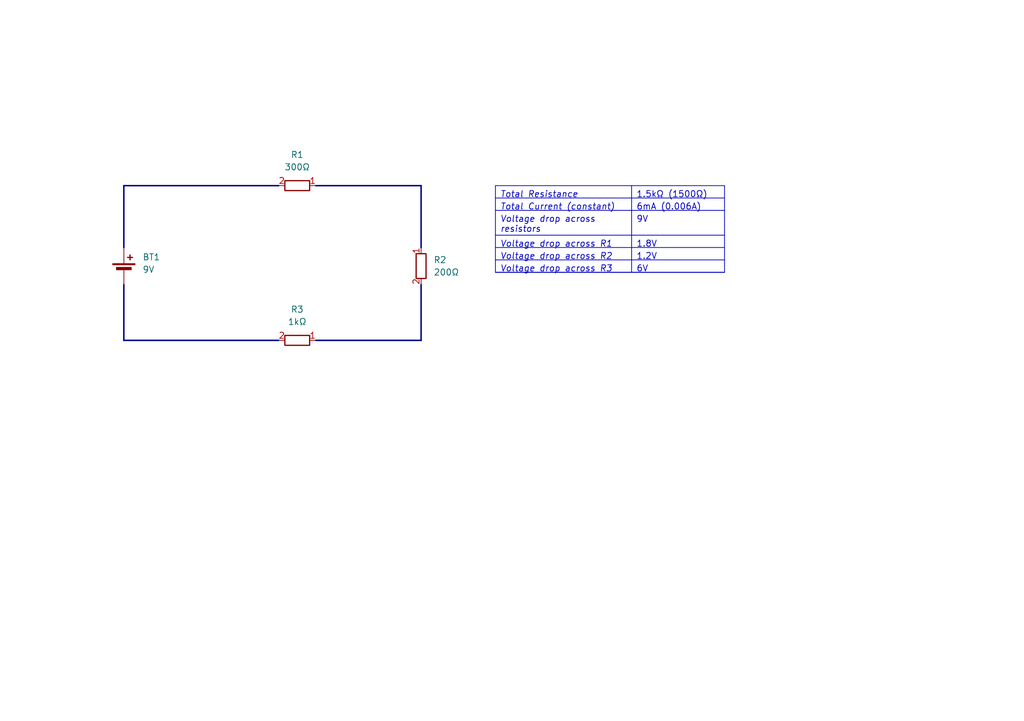
<source format=kicad_sch>
(kicad_sch (version 20250114) (generator "eeschema") (generator_version "9.0")
  (paper "A5")
  (lib_symbols
    (symbol "Device:Battery_Cell" (pin_numbers (hide yes)) (pin_names (offset 0) (hide yes))
      (property "Reference" "BT" (at 2.54 2.54 0))
      (property "Value" "Battery_Cell" (at 2.54 0 0))
      (symbol "Battery_Cell_0_1"
        (rectangle (start -2.286 1.778) (end 2.286 1.524) (fill (type outline)))
        (rectangle (start -1.524 1.016) (end 1.524 0.508) (fill (type outline)))
        (polyline (pts (xy 0 1.778) (xy 0 2.54)))
        (polyline (pts (xy 0 0.762) (xy 0 0)))
        (polyline (pts (xy 0.762 3.048) (xy 1.778 3.048)) (stroke (width 0.254)))
        (polyline (pts (xy 1.27 3.556) (xy 1.27 2.54)) (stroke (width 0.254)))
      )
      (symbol "Battery_Cell_1_1"
        (pin passive line (at 0 5.08 270) (length 2.54) (name "+") (number "1"))
        (pin passive line (at 0 -2.54 90) (length 2.54) (name "-") (number "2"))
      )
    )
    (symbol "Device:R" (pin_names (offset 0))
      (property "Reference" "R" (at 2.032 0 90))
      (property "Value" "R" (at 0 0 90))
      (symbol "R_0_1"
        (rectangle (start -1.016 -2.54) (end 1.016 2.54) (stroke (width 0.254)))
      )
      (symbol "R_1_1"
        (pin passive line (at 0 3.81 270) (length 1.27) (name "~") (number "1"))
        (pin passive line (at 0 -3.81 90) (length 1.27) (name "~") (number "2"))
      )
    )
    (symbol "R_1" (pin_names (offset 0))
      (property "Reference" "R" (at 2.032 0 90))
      (property "Value" "R" (at 0 0 90))
      (symbol "R_1_0_1"
        (rectangle (start -1.016 -2.54) (end 1.016 2.54) (stroke (width 0.254)))
      )
      (symbol "R_1_1_1"
        (pin passive line (at 0 3.81 270) (length 1.27) (name "~") (number "1"))
        (pin passive line (at 0 -3.81 90) (length 1.27) (name "~") (number "2"))
      )
    )
    (symbol "R_2" (pin_names (offset 0))
      (property "Reference" "R" (at 2.032 0 90))
      (property "Value" "R" (at 0 0 90))
      (symbol "R_2_0_1"
        (rectangle (start -1.016 -2.54) (end 1.016 2.54) (stroke (width 0.254)))
      )
      (symbol "R_2_1_1"
        (pin passive line (at 0 3.81 270) (length 1.27) (name "~") (number "1"))
        (pin passive line (at 0 -3.81 90) (length 1.27) (name "~") (number "2"))
      )
    )
  )
  (bus (pts (xy 86.36 58.42) (xy 86.36 69.85)))
  (bus (pts (xy 25.4 38.1) (xy 25.4 50.8)))
  (bus (pts (xy 25.4 38.1) (xy 57.15 38.1)))
  (bus (pts (xy 57.15 69.85) (xy 25.4 69.85)))
  (bus (pts (xy 64.77 69.85) (xy 86.36 69.85)))
  (bus (pts (xy 86.36 38.1) (xy 86.36 50.8)))
  (bus (pts (xy 64.77 38.1) (xy 86.36 38.1)))
  (bus (pts (xy 25.4 58.42) (xy 25.4 69.85)))
  (table (column_count 2) (border (external yes) (header yes)) (separators (rows yes) (cols yes)) (column_widths 27.94 19.05) (row_heights 2.54 2.54 5.08 2.54 2.54 2.54 0) (cells (table_cell "Total Resistance" (at 101.6 38.1 0) (size 27.94 2.54) (margins 0.9525 0.9525 0.9525 0.9525) (span 1 1)) (table_cell "1.5kΩ (1500Ω)" (at 129.54 38.1 0) (size 19.05 2.54) (margins 0.9525 0.9525 0.9525 0.9525) (span 1 1)) (table_cell "Total Current (constant)" (at 101.6 40.64 0) (size 27.94 2.54) (margins 0.9525 0.9525 0.9525 0.9525) (span 1 1)) (table_cell "6mA (0.006A)" (at 129.54 40.64 0) (size 19.05 2.54) (margins 0.9525 0.9525 0.9525 0.9525) (span 1 1)) (table_cell "Voltage drop across resistors" (at 101.6 43.18 0) (size 27.94 5.08) (margins 0.9525 0.9525 0.9525 0.9525) (span 1 1)) (table_cell "9V" (at 129.54 43.18 0) (size 19.05 5.08) (margins 0.9525 0.9525 0.9525 0.9525) (span 1 1)) (table_cell "Voltage drop across R1" (at 101.6 48.26 0) (size 27.94 2.54) (margins 0.9525 0.9525 0.9525 0.9525) (span 1 1)) (table_cell "1.8V" (at 129.54 48.26 0) (size 19.05 2.54) (margins 0.9525 0.9525 0.9525 0.9525) (span 1 1)) (table_cell "Voltage drop across R2" (at 101.6 50.8 0) (size 27.94 2.54) (margins 0.9525 0.9525 0.9525 0.9525) (span 1 1)) (table_cell "1.2V" (at 129.54 50.8 0) (size 19.05 2.54) (margins 0.9525 0.9525 0.9525 0.9525) (span 1 1)) (table_cell "Voltage drop across R3" (at 101.6 53.34 0) (size 27.94 2.54) (margins 0.9525 0.9525 0.9525 0.9525) (span 1 1)) (table_cell "6V" (at 129.54 53.34 0) (size 19.05 2.54) (margins 0.9525 0.9525 0.9525 0.9525) (span 1 1)) (table_cell "" (at 101.6 55.88 0) (size 27.94 0) (margins 0.9525 0.9525 0.9525 0.9525) (span 1 1)) (table_cell "" (at 129.54 55.88 0) (size 19.05 0) (margins 0.9525 0.9525 0.9525 0.9525) (span 1 1))))
  (symbol (lib_name "R_1") (lib_id "Device:R") (at 60.96 69.85 270) (unit 1)
    (property "Reference" "R3" (at 60.96 63.5 90))
    (property "Value" "1kΩ" (at 60.96 66.04 90))
    (property "Description" "Resistor" (effects (hide yes)))
  )
  (symbol (lib_id "Device:Battery_Cell") (at 25.4 55.88 0) (unit 1)
    (property "Reference" "BT1" (at 29.21 52.7684 0) (effects (justify left)))
    (property "Value" "9V" (at 29.21 55.3084 0) (effects (justify left)))
    (property "Description" "Single-cell battery" (effects (hide yes)))
  )
  (symbol (lib_id "Device:R") (at 86.36 54.61 0) (unit 1)
    (property "Reference" "R2" (at 88.9 53.3399 0) (effects (justify left)))
    (property "Value" "200Ω" (at 88.9 55.8799 0) (effects (justify left)))
    (property "Description" "Resistor" (effects (hide yes)))
  )
  (symbol (lib_name "R_2") (lib_id "Device:R") (at 60.96 38.1 270) (unit 1)
    (property "Reference" "R1" (at 60.96 31.75 90))
    (property "Value" "300Ω" (at 60.96 34.29 90))
    (property "Description" "Resistor" (effects (hide yes)))
  )
)
</source>
